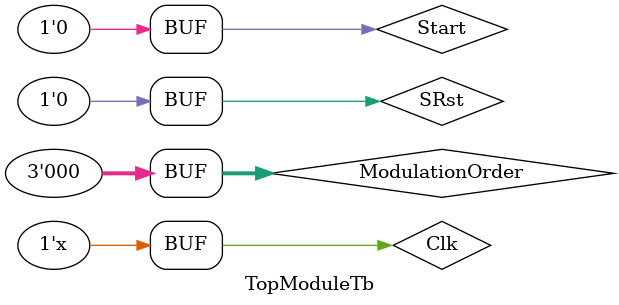
<source format=v>
`timescale 1ns / 1ps

module TopModuleTb;

    // DUT (Device Under Test) ports
    reg Clk = 1;
    reg SRst = 0;
    reg Start = 0;
    reg [2:0] ModulationOrder = 3'b000;
    
    wire QAMModDataOutValid;
    wire QAMFrameBeginnigIndicator;
    wire [7:0] QAMFrameNum;
    wire [7:0] QAMDataNum;
    wire [11:0] QAMModDataOutRe;
    wire [11:0] QAMModDataOutIm;
    
    wire OTFSTxDataValid;
    wire [15:0] OTFSTxDataRe;
    wire [15:0] OTFSTxDataIm;
    
    wire OTFSRxDemodValid;
    wire [23:0] OTFSRxDemodRe;
    wire [23:0] OTFSRxDemodIm;
    
    wire QAMDemodDataValid;
    wire [4:0] QAMDemodData;

    // Instantiate the DUT
    TopModule DUT (
        .Clk(Clk),
        .SRst(SRst),
        .Start(Start),
        .ModulationOrder(ModulationOrder),
        
        .QAMModDataOutValid(QAMModDataOutValid),
        .QAMFrameBeginnigIndicator(QAMFrameBeginnigIndicator),
        .QAMFrameNum(QAMFrameNum),
        .QAMDataNum(QAMDataNum),
        .QAMModDataOutRe(QAMModDataOutRe),
        .QAMModDataOutIm(QAMModDataOutIm),
        
        .OTFSTxDataValid(OTFSTxDataValid),
        .OTFSTxDataRe(OTFSTxDataRe),
        .OTFSTxDataIm(OTFSTxDataIm),
        
        .OTFSRxDemodValid(OTFSRxDemodValid),
        .OTFSRxDemodRe(OTFSRxDemodRe),
        .OTFSRxDemodIm(OTFSRxDemodIm),
        
        .QAMDemodDataValid(QAMDemodDataValid),
        .QAMDemodData(QAMDemodData)
    );

    // Clock generation
    always #5 Clk = ~Clk; // Toggle Clk every 5 ns

    integer logfile;
    // Stimuli process
    initial begin
        // Reset the DUT
        SRst = 1;
        #100;
        SRst = 0;
        #100;
        
        // Start the DUT
        Start = 1;
        ModulationOrder = 3'b000;// 32-QAM
        #10;
        Start = 0;
        
        // Finish simulation
//        #10000;// Wait some time before ending
//        $finish;// Properly end the simulation
//         // Close the log file at the end of the simulation
//        $fclose(logfile);
    end
    



   

endmodule


</source>
